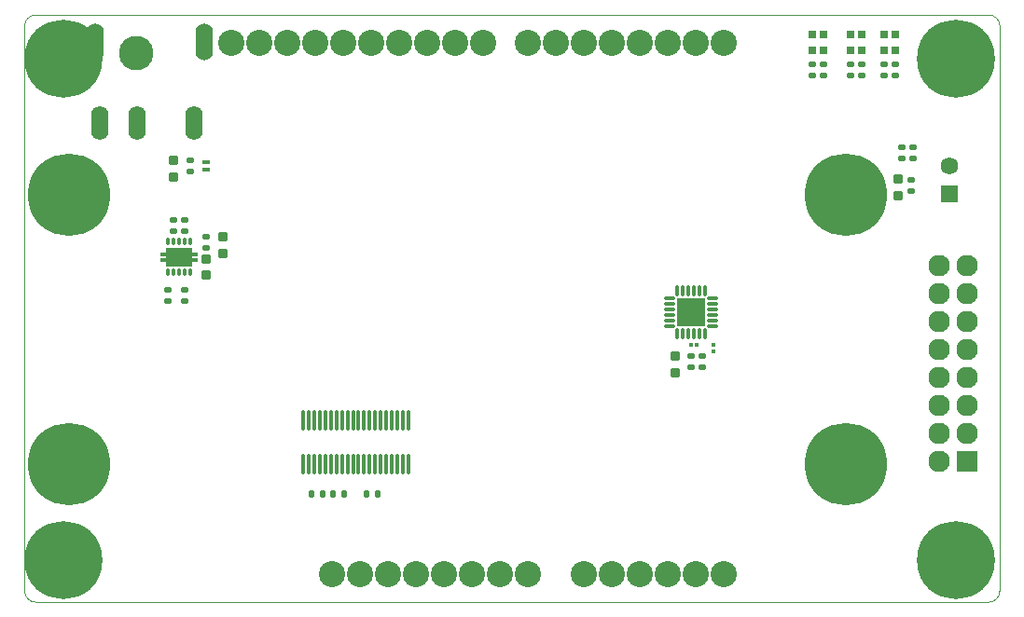
<source format=gts>
G04*
G04 #@! TF.GenerationSoftware,Altium Limited,Altium Designer,24.5.2 (23)*
G04*
G04 Layer_Color=8388736*
%FSLAX25Y25*%
%MOIN*%
G70*
G04*
G04 #@! TF.SameCoordinates,8268167A-419A-4E4C-BA15-56D98ABE09BB*
G04*
G04*
G04 #@! TF.FilePolarity,Negative*
G04*
G01*
G75*
%ADD20C,0.00100*%
G04:AMPARAMS|DCode=36|XSize=26.38mil|YSize=20.47mil|CornerRadius=5.81mil|HoleSize=0mil|Usage=FLASHONLY|Rotation=90.000|XOffset=0mil|YOffset=0mil|HoleType=Round|Shape=RoundedRectangle|*
%AMROUNDEDRECTD36*
21,1,0.02638,0.00886,0,0,90.0*
21,1,0.01476,0.02047,0,0,90.0*
1,1,0.01161,0.00443,0.00738*
1,1,0.01161,0.00443,-0.00738*
1,1,0.01161,-0.00443,-0.00738*
1,1,0.01161,-0.00443,0.00738*
%
%ADD36ROUNDEDRECTD36*%
%ADD37R,0.10339X0.10339*%
G04:AMPARAMS|DCode=38|XSize=37.43mil|YSize=13.81mil|CornerRadius=3.95mil|HoleSize=0mil|Usage=FLASHONLY|Rotation=270.000|XOffset=0mil|YOffset=0mil|HoleType=Round|Shape=RoundedRectangle|*
%AMROUNDEDRECTD38*
21,1,0.03743,0.00591,0,0,270.0*
21,1,0.02953,0.01381,0,0,270.0*
1,1,0.00791,-0.00295,-0.01476*
1,1,0.00791,-0.00295,0.01476*
1,1,0.00791,0.00295,0.01476*
1,1,0.00791,0.00295,-0.01476*
%
%ADD38ROUNDEDRECTD38*%
G04:AMPARAMS|DCode=39|XSize=37.43mil|YSize=13.81mil|CornerRadius=3.95mil|HoleSize=0mil|Usage=FLASHONLY|Rotation=180.000|XOffset=0mil|YOffset=0mil|HoleType=Round|Shape=RoundedRectangle|*
%AMROUNDEDRECTD39*
21,1,0.03743,0.00591,0,0,180.0*
21,1,0.02953,0.01381,0,0,180.0*
1,1,0.00791,-0.01476,0.00295*
1,1,0.00791,0.01476,0.00295*
1,1,0.00791,0.01476,-0.00295*
1,1,0.00791,-0.01476,-0.00295*
%
%ADD39ROUNDEDRECTD39*%
G04:AMPARAMS|DCode=40|XSize=26.38mil|YSize=22.44mil|CornerRadius=6.3mil|HoleSize=0mil|Usage=FLASHONLY|Rotation=0.000|XOffset=0mil|YOffset=0mil|HoleType=Round|Shape=RoundedRectangle|*
%AMROUNDEDRECTD40*
21,1,0.02638,0.00984,0,0,0.0*
21,1,0.01378,0.02244,0,0,0.0*
1,1,0.01260,0.00689,-0.00492*
1,1,0.01260,-0.00689,-0.00492*
1,1,0.01260,-0.00689,0.00492*
1,1,0.01260,0.00689,0.00492*
%
%ADD40ROUNDEDRECTD40*%
G04:AMPARAMS|DCode=41|XSize=35.43mil|YSize=30.32mil|CornerRadius=4.13mil|HoleSize=0mil|Usage=FLASHONLY|Rotation=0.000|XOffset=0mil|YOffset=0mil|HoleType=Round|Shape=RoundedRectangle|*
%AMROUNDEDRECTD41*
21,1,0.03543,0.02205,0,0,0.0*
21,1,0.02717,0.03032,0,0,0.0*
1,1,0.00827,0.01358,-0.01102*
1,1,0.00827,-0.01358,-0.01102*
1,1,0.00827,-0.01358,0.01102*
1,1,0.00827,0.01358,0.01102*
%
%ADD41ROUNDEDRECTD41*%
G04:AMPARAMS|DCode=42|XSize=16.54mil|YSize=14.57mil|CornerRadius=4.33mil|HoleSize=0mil|Usage=FLASHONLY|Rotation=90.000|XOffset=0mil|YOffset=0mil|HoleType=Round|Shape=RoundedRectangle|*
%AMROUNDEDRECTD42*
21,1,0.01654,0.00591,0,0,90.0*
21,1,0.00787,0.01457,0,0,90.0*
1,1,0.00866,0.00295,0.00394*
1,1,0.00866,0.00295,-0.00394*
1,1,0.00866,-0.00295,-0.00394*
1,1,0.00866,-0.00295,0.00394*
%
%ADD42ROUNDEDRECTD42*%
G04:AMPARAMS|DCode=43|XSize=16.54mil|YSize=14.57mil|CornerRadius=4.33mil|HoleSize=0mil|Usage=FLASHONLY|Rotation=180.000|XOffset=0mil|YOffset=0mil|HoleType=Round|Shape=RoundedRectangle|*
%AMROUNDEDRECTD43*
21,1,0.01654,0.00591,0,0,180.0*
21,1,0.00787,0.01457,0,0,180.0*
1,1,0.00866,-0.00394,0.00295*
1,1,0.00866,0.00394,0.00295*
1,1,0.00866,0.00394,-0.00295*
1,1,0.00866,-0.00394,-0.00295*
%
%ADD43ROUNDEDRECTD43*%
G04:AMPARAMS|DCode=44|XSize=26.38mil|YSize=20.47mil|CornerRadius=5.81mil|HoleSize=0mil|Usage=FLASHONLY|Rotation=180.000|XOffset=0mil|YOffset=0mil|HoleType=Round|Shape=RoundedRectangle|*
%AMROUNDEDRECTD44*
21,1,0.02638,0.00886,0,0,180.0*
21,1,0.01476,0.02047,0,0,180.0*
1,1,0.01161,-0.00738,0.00443*
1,1,0.01161,0.00738,0.00443*
1,1,0.01161,0.00738,-0.00443*
1,1,0.01161,-0.00738,-0.00443*
%
%ADD44ROUNDEDRECTD44*%
%ADD45R,0.03056X0.02662*%
G04:AMPARAMS|DCode=46|XSize=73.87mil|YSize=12.84mil|CornerRadius=1.99mil|HoleSize=0mil|Usage=FLASHONLY|Rotation=270.000|XOffset=0mil|YOffset=0mil|HoleType=Round|Shape=RoundedRectangle|*
%AMROUNDEDRECTD46*
21,1,0.07387,0.00886,0,0,270.0*
21,1,0.06988,0.01284,0,0,270.0*
1,1,0.00398,-0.00443,-0.03494*
1,1,0.00398,-0.00443,0.03494*
1,1,0.00398,0.00443,0.03494*
1,1,0.00398,0.00443,-0.03494*
%
%ADD46ROUNDEDRECTD46*%
G04:AMPARAMS|DCode=47|XSize=25.62mil|YSize=11.84mil|CornerRadius=2.48mil|HoleSize=0mil|Usage=FLASHONLY|Rotation=270.000|XOffset=0mil|YOffset=0mil|HoleType=Round|Shape=RoundedRectangle|*
%AMROUNDEDRECTD47*
21,1,0.02562,0.00689,0,0,270.0*
21,1,0.02067,0.01184,0,0,270.0*
1,1,0.00495,-0.00344,-0.01033*
1,1,0.00495,-0.00344,0.01033*
1,1,0.00495,0.00344,0.01033*
1,1,0.00495,0.00344,-0.01033*
%
%ADD47ROUNDEDRECTD47*%
G04:AMPARAMS|DCode=48|XSize=96.49mil|YSize=66.96mil|CornerRadius=2.62mil|HoleSize=0mil|Usage=FLASHONLY|Rotation=0.000|XOffset=0mil|YOffset=0mil|HoleType=Round|Shape=RoundedRectangle|*
%AMROUNDEDRECTD48*
21,1,0.09649,0.06171,0,0,0.0*
21,1,0.09124,0.06696,0,0,0.0*
1,1,0.00525,0.04562,-0.03086*
1,1,0.00525,-0.04562,-0.03086*
1,1,0.00525,-0.04562,0.03086*
1,1,0.00525,0.04562,0.03086*
%
%ADD48ROUNDEDRECTD48*%
G04:AMPARAMS|DCode=49|XSize=21.69mil|YSize=11.84mil|CornerRadius=0mil|HoleSize=0mil|Usage=FLASHONLY|Rotation=0.000|XOffset=0mil|YOffset=0mil|HoleType=Round|Shape=RoundedRectangle|*
%AMROUNDEDRECTD49*
21,1,0.02169,0.01184,0,0,0.0*
21,1,0.02169,0.01184,0,0,0.0*
1,1,0.00000,0.01085,-0.00592*
1,1,0.00000,-0.01085,-0.00592*
1,1,0.00000,-0.01085,0.00592*
1,1,0.00000,0.01085,0.00592*
%
%ADD49ROUNDEDRECTD49*%
G04:AMPARAMS|DCode=50|XSize=15.78mil|YSize=25.62mil|CornerRadius=2.38mil|HoleSize=0mil|Usage=FLASHONLY|Rotation=90.000|XOffset=0mil|YOffset=0mil|HoleType=Round|Shape=RoundedRectangle|*
%AMROUNDEDRECTD50*
21,1,0.01578,0.02087,0,0,90.0*
21,1,0.01102,0.02562,0,0,90.0*
1,1,0.00476,0.01043,0.00551*
1,1,0.00476,0.01043,-0.00551*
1,1,0.00476,-0.01043,-0.00551*
1,1,0.00476,-0.01043,0.00551*
%
%ADD50ROUNDEDRECTD50*%
%ADD51C,0.27859*%
%ADD52C,0.07700*%
%ADD53R,0.07700X0.07700*%
%ADD54C,0.09355*%
%ADD55R,0.06237X0.06237*%
%ADD56C,0.06237*%
%ADD57C,0.12300*%
%ADD58O,0.06206X0.12111*%
%ADD59O,0.06206X0.13292*%
%ADD60C,0.29434*%
D20*
X1276514Y777976D02*
G03*
X1272514Y781876I-3950J-50D01*
G01*
X1272614Y571876D02*
G03*
X1276514Y575876I-50J3950D01*
G01*
X927963Y575876D02*
G03*
X931963Y571876I4000J0D01*
G01*
Y781876D02*
G03*
X927963Y777976I-50J-3950D01*
G01*
X1276514Y575876D02*
Y777976D01*
X1181963Y781876D02*
X1272514D01*
X931963D02*
X1181963D01*
X931963Y571876D02*
X1272614D01*
X927963Y575876D02*
Y777976D01*
D36*
X1050042Y610616D02*
D03*
X1054042D02*
D03*
X1034325D02*
D03*
X1030325D02*
D03*
X1042231D02*
D03*
X1038231D02*
D03*
D37*
X1166215Y675576D02*
D03*
D38*
X1171136Y667899D02*
D03*
X1169168D02*
D03*
X1167199D02*
D03*
X1165231D02*
D03*
X1163262D02*
D03*
X1161294D02*
D03*
Y683253D02*
D03*
X1163262D02*
D03*
X1165231D02*
D03*
X1167199D02*
D03*
X1169168D02*
D03*
X1171136D02*
D03*
D39*
X1158538Y670655D02*
D03*
Y672624D02*
D03*
Y674592D02*
D03*
Y676561D02*
D03*
Y678529D02*
D03*
Y680498D02*
D03*
X1173892D02*
D03*
Y678529D02*
D03*
Y676561D02*
D03*
Y674592D02*
D03*
Y672624D02*
D03*
Y670655D02*
D03*
D40*
X1166215Y659828D02*
D03*
Y655891D02*
D03*
X1170152Y659828D02*
D03*
Y655891D02*
D03*
X1244955Y722821D02*
D03*
Y718884D02*
D03*
X992987Y698608D02*
D03*
Y702545D02*
D03*
X987081Y725970D02*
D03*
Y729907D02*
D03*
D41*
X1160590Y659929D02*
D03*
Y654023D02*
D03*
X1240206Y717389D02*
D03*
Y723295D02*
D03*
X992987Y688765D02*
D03*
Y694671D02*
D03*
X998892Y702545D02*
D03*
Y696639D02*
D03*
X981176Y729907D02*
D03*
Y724002D02*
D03*
D42*
X1168184Y663765D02*
D03*
X1166018D02*
D03*
D43*
X1174089D02*
D03*
Y661600D02*
D03*
D44*
X1239050Y760190D02*
D03*
Y764190D02*
D03*
X1235113Y760159D02*
D03*
Y764159D02*
D03*
X1227239Y760190D02*
D03*
Y764190D02*
D03*
X1223302Y760190D02*
D03*
Y764190D02*
D03*
X1241609Y734663D02*
D03*
Y730663D02*
D03*
X1245546Y730600D02*
D03*
Y734600D02*
D03*
X981176Y704513D02*
D03*
Y708513D02*
D03*
X985113D02*
D03*
Y704513D02*
D03*
X985113Y679482D02*
D03*
Y683482D02*
D03*
X979207Y679450D02*
D03*
Y683450D02*
D03*
X1209522Y764159D02*
D03*
Y760159D02*
D03*
X1213459Y764159D02*
D03*
Y760159D02*
D03*
D45*
X1235113Y769277D02*
D03*
X1239050D02*
D03*
Y774789D02*
D03*
X1235113D02*
D03*
X1223302Y769277D02*
D03*
X1227239D02*
D03*
Y774789D02*
D03*
X1223302D02*
D03*
X1209522Y774757D02*
D03*
X1213459D02*
D03*
Y769246D02*
D03*
X1209522D02*
D03*
D46*
X1059105Y621246D02*
D03*
X1057136D02*
D03*
X1065010Y636994D02*
D03*
X1063042D02*
D03*
X1061073D02*
D03*
X1059105D02*
D03*
X1057136D02*
D03*
X1037451D02*
D03*
X1045325Y621246D02*
D03*
X1037451D02*
D03*
X1029577D02*
D03*
X1055168Y636994D02*
D03*
X1053199D02*
D03*
X1051231D02*
D03*
X1065010Y621246D02*
D03*
X1063042D02*
D03*
X1061073D02*
D03*
X1055168D02*
D03*
X1053199D02*
D03*
X1051231D02*
D03*
X1041388D02*
D03*
X1043357D02*
D03*
X1039420D02*
D03*
X1035483D02*
D03*
X1031546D02*
D03*
X1027609D02*
D03*
Y636994D02*
D03*
X1031546D02*
D03*
X1029577D02*
D03*
X1043357D02*
D03*
X1049262Y621246D02*
D03*
Y636994D02*
D03*
X1047294Y621246D02*
D03*
Y636994D02*
D03*
X1045325D02*
D03*
X1035483D02*
D03*
X1033514Y621246D02*
D03*
Y636994D02*
D03*
X1041388D02*
D03*
X1039420D02*
D03*
D47*
X987081Y700773D02*
D03*
X985113D02*
D03*
X983144D02*
D03*
X981175D02*
D03*
X979207D02*
D03*
Y689749D02*
D03*
X981175D02*
D03*
X983144D02*
D03*
X985113D02*
D03*
X987081D02*
D03*
D48*
X983144Y695261D02*
D03*
D49*
X988853Y696245D02*
D03*
Y694277D02*
D03*
X977435Y696245D02*
D03*
Y694277D02*
D03*
D50*
X992987Y726659D02*
D03*
Y729218D02*
D03*
D51*
X941805Y766128D02*
D03*
X941805Y586994D02*
D03*
X1260703D02*
D03*
Y766128D02*
D03*
D52*
X1254798Y692112D02*
D03*
X1264798D02*
D03*
X1254798Y682112D02*
D03*
X1264798D02*
D03*
X1254798Y652112D02*
D03*
Y642112D02*
D03*
Y632112D02*
D03*
Y622112D02*
D03*
X1264798Y652112D02*
D03*
Y642112D02*
D03*
Y632112D02*
D03*
Y662112D02*
D03*
Y672112D02*
D03*
X1254798Y662112D02*
D03*
Y672112D02*
D03*
D53*
X1264798Y622112D02*
D03*
D54*
X1037963Y581876D02*
D03*
X1047963D02*
D03*
X1057963D02*
D03*
X1067963D02*
D03*
X1077963D02*
D03*
X1087963D02*
D03*
X1097963D02*
D03*
X1107963D02*
D03*
X1127963D02*
D03*
X1137963D02*
D03*
X1147963D02*
D03*
X1157963D02*
D03*
X1167963D02*
D03*
X1177963D02*
D03*
X1091963Y771876D02*
D03*
X1081963D02*
D03*
X1071963D02*
D03*
X1061963D02*
D03*
X1051963D02*
D03*
X1041963D02*
D03*
X1031963D02*
D03*
X1021963D02*
D03*
X1011963D02*
D03*
X1001963D02*
D03*
X1177963D02*
D03*
X1167963D02*
D03*
X1157963D02*
D03*
X1147963D02*
D03*
X1137963D02*
D03*
X1127963D02*
D03*
X1117963D02*
D03*
X1107963D02*
D03*
D55*
X1258636Y717899D02*
D03*
D56*
Y727742D02*
D03*
D57*
X967743Y768194D02*
D03*
D58*
X954751Y743391D02*
D03*
X968137D02*
D03*
X988609D02*
D03*
D59*
X992152Y772131D02*
D03*
X953176D02*
D03*
D60*
X1221506Y621246D02*
D03*
X1221506Y717702D02*
D03*
X943947D02*
D03*
Y621246D02*
D03*
M02*

</source>
